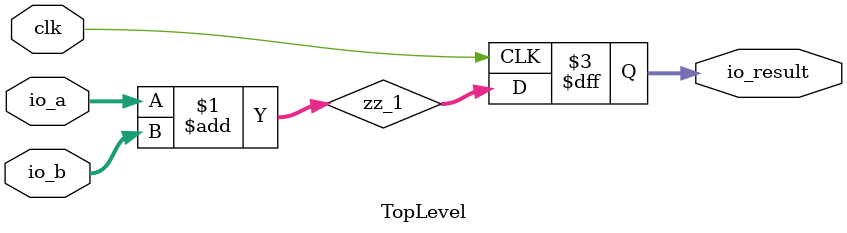
<source format=v>

module TopLevel
( 
  input  [3:0] io_a,
  input  [3:0] io_b,
  output reg [3:0] io_result,
  input   clk 
);

  wire [3:0] zz_1;
  assign zz_1 = (io_a + io_b);
  always @ (posedge clk)
  begin
    io_result <= zz_1;
  end

endmodule


</source>
